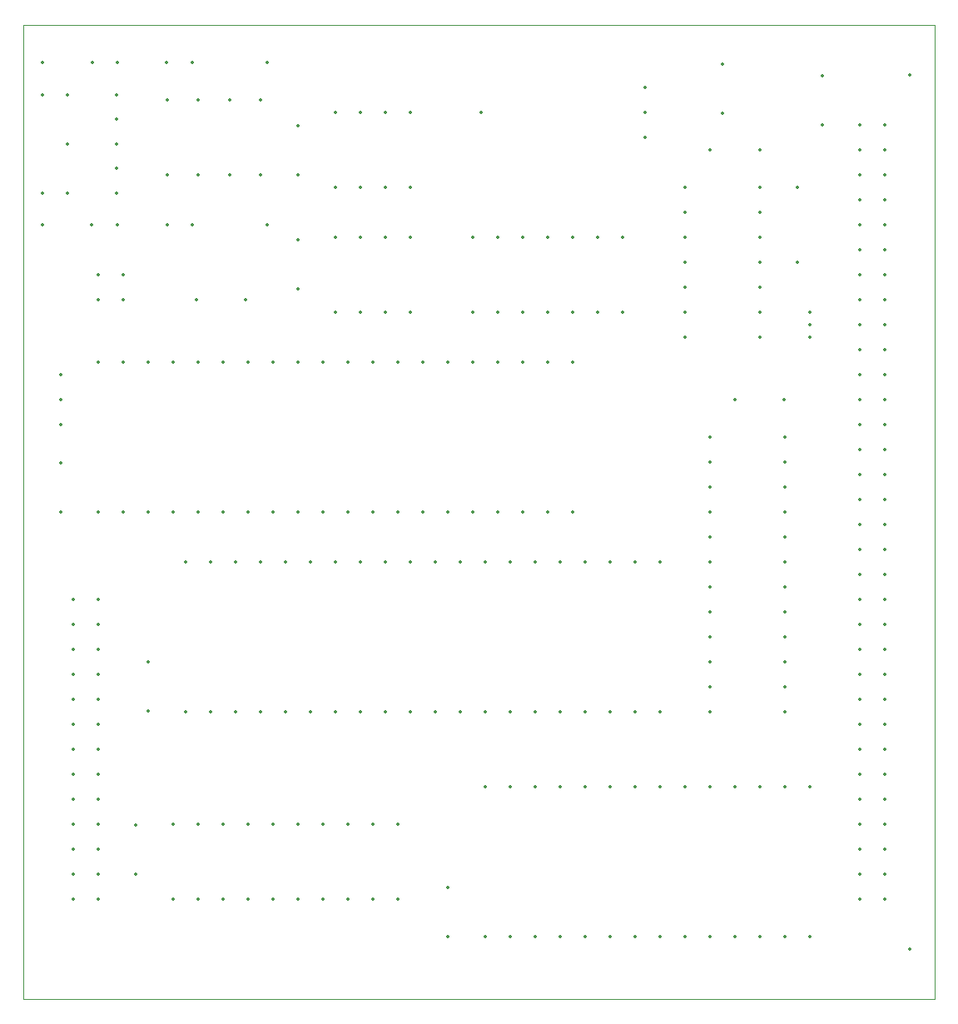
<source format=gko>
%TF.GenerationSoftware,KiCad,Pcbnew,8.0.6+1*%
%TF.CreationDate,2024-11-13T12:21:46+01:00*%
%TF.ProjectId,QL_Qsound2,514c5f51-736f-4756-9e64-322e6b696361,2*%
%TF.SameCoordinates,Original*%
%TF.FileFunction,Profile,NP*%
%FSLAX46Y46*%
G04 Gerber Fmt 4.6, Leading zero omitted, Abs format (unit mm)*
G04 Created by KiCad (PCBNEW 8.0.6+1) date 2024-11-13 12:21:46*
%MOMM*%
%LPD*%
G01*
G04 APERTURE LIST*
%TA.AperFunction,Profile*%
%ADD10C,0.100000*%
%TD*%
%ADD11C,0.350000*%
G04 APERTURE END LIST*
D10*
X102870000Y-43180000D02*
X195580000Y-43180000D01*
X195580000Y-142240000D01*
X102870000Y-142240000D01*
X102870000Y-43180000D01*
D11*
X134620000Y-72390000D03*
X137160000Y-72390000D03*
X139700000Y-72390000D03*
X142240000Y-72390000D03*
X142240000Y-64770000D03*
X139700000Y-64770000D03*
X137160000Y-64770000D03*
X134620000Y-64770000D03*
X110490000Y-92710000D03*
X113030000Y-92710000D03*
X115570000Y-92710000D03*
X118110000Y-92710000D03*
X120650000Y-92710000D03*
X123190000Y-92710000D03*
X125730000Y-92710000D03*
X128270000Y-92710000D03*
X130810000Y-92710000D03*
X133350000Y-92710000D03*
X135890000Y-92710000D03*
X138430000Y-92710000D03*
X140970000Y-92710000D03*
X143510000Y-92710000D03*
X146050000Y-92710000D03*
X148590000Y-92710000D03*
X151130000Y-92710000D03*
X153670000Y-92710000D03*
X156210000Y-92710000D03*
X158750000Y-92710000D03*
X158750000Y-77470000D03*
X156210000Y-77470000D03*
X153670000Y-77470000D03*
X151130000Y-77470000D03*
X148590000Y-77470000D03*
X146050000Y-77470000D03*
X143510000Y-77470000D03*
X140970000Y-77470000D03*
X138430000Y-77470000D03*
X135890000Y-77470000D03*
X133350000Y-77470000D03*
X130810000Y-77470000D03*
X128270000Y-77470000D03*
X125730000Y-77470000D03*
X123190000Y-77470000D03*
X120650000Y-77470000D03*
X118110000Y-77470000D03*
X115570000Y-77470000D03*
X113030000Y-77470000D03*
X110490000Y-77470000D03*
X184150000Y-53300000D03*
X184150000Y-48300000D03*
X180260000Y-81280000D03*
X175260000Y-81280000D03*
X106680000Y-87710000D03*
X106680000Y-92710000D03*
X148590000Y-64770000D03*
X151130000Y-64770000D03*
X153670000Y-64770000D03*
X156210000Y-64770000D03*
X158750000Y-64770000D03*
X161290000Y-64770000D03*
X163830000Y-64770000D03*
X163830000Y-72390000D03*
X161290000Y-72390000D03*
X158750000Y-72390000D03*
X156210000Y-72390000D03*
X153670000Y-72390000D03*
X151130000Y-72390000D03*
X148590000Y-72390000D03*
X182880000Y-74930000D03*
X182880000Y-73660000D03*
X182880000Y-72390000D03*
X127635000Y-46990000D03*
X120015000Y-46990000D03*
X127000000Y-58420000D03*
X127000000Y-50800000D03*
X118110000Y-132080000D03*
X120650000Y-132080000D03*
X123190000Y-132080000D03*
X125730000Y-132080000D03*
X128270000Y-132080000D03*
X130810000Y-132080000D03*
X133350000Y-132080000D03*
X135890000Y-132080000D03*
X138430000Y-132080000D03*
X140970000Y-132080000D03*
X140970000Y-124460000D03*
X138430000Y-124460000D03*
X135890000Y-124460000D03*
X133350000Y-124460000D03*
X130810000Y-124460000D03*
X128270000Y-124460000D03*
X125730000Y-124460000D03*
X123190000Y-124460000D03*
X120650000Y-124460000D03*
X118110000Y-124460000D03*
X110490000Y-71125000D03*
X110490000Y-68585000D03*
X113030000Y-71125000D03*
X113030000Y-68585000D03*
X134620000Y-59690000D03*
X137160000Y-59690000D03*
X139700000Y-59690000D03*
X142240000Y-59690000D03*
X142240000Y-52070000D03*
X139700000Y-52070000D03*
X137160000Y-52070000D03*
X134620000Y-52070000D03*
X114300000Y-124500000D03*
X114300000Y-129500000D03*
X109815000Y-63500000D03*
X104815000Y-63500000D03*
X146050000Y-135890000D03*
X146050000Y-130890000D03*
X123825000Y-58420000D03*
X123825000Y-50800000D03*
X117435000Y-46990000D03*
X112435000Y-46990000D03*
X181610000Y-59690000D03*
X181610000Y-67310000D03*
X112315000Y-57745000D03*
X112315000Y-60245000D03*
X112315000Y-52745000D03*
X112315000Y-50245000D03*
X107315000Y-55245000D03*
X112315000Y-55245000D03*
X107315000Y-60245000D03*
X107315000Y-50245000D03*
X104815000Y-60245000D03*
X104815000Y-50245000D03*
X120650000Y-58420000D03*
X120650000Y-50800000D03*
X130810000Y-53380000D03*
X130810000Y-58380000D03*
X117475000Y-58420000D03*
X117475000Y-50800000D03*
X110490000Y-132080000D03*
X107950000Y-132080000D03*
X110490000Y-129540000D03*
X107950000Y-129540000D03*
X110490000Y-127000000D03*
X107950000Y-127000000D03*
X110490000Y-124460000D03*
X107950000Y-124460000D03*
X110490000Y-121920000D03*
X107950000Y-121920000D03*
X110490000Y-119380000D03*
X107950000Y-119380000D03*
X110490000Y-116840000D03*
X107950000Y-116840000D03*
X110490000Y-114300000D03*
X107950000Y-114300000D03*
X110490000Y-111760000D03*
X107950000Y-111760000D03*
X110490000Y-109220000D03*
X107950000Y-109220000D03*
X110490000Y-106680000D03*
X107950000Y-106680000D03*
X110490000Y-104140000D03*
X107950000Y-104140000D03*
X110490000Y-101600000D03*
X107950000Y-101600000D03*
X115570000Y-107950000D03*
X115570000Y-112950000D03*
X125476000Y-71120000D03*
X120476000Y-71120000D03*
X177790000Y-59685000D03*
X177790000Y-62225000D03*
X177790000Y-64765000D03*
X177790000Y-67305000D03*
X177790000Y-69845000D03*
X177790000Y-72385000D03*
X177790000Y-74925000D03*
X170170000Y-74925000D03*
X170170000Y-72385000D03*
X170170000Y-69845000D03*
X170170000Y-67305000D03*
X170170000Y-64765000D03*
X170170000Y-62225000D03*
X170170000Y-59685000D03*
X117475000Y-63500000D03*
X112475000Y-63500000D03*
X173990000Y-47127349D03*
X173990000Y-52127349D03*
X127635000Y-63500000D03*
X120015000Y-63500000D03*
X106680000Y-83805000D03*
X106680000Y-81265000D03*
X106680000Y-78725000D03*
X166075000Y-49530000D03*
X166075000Y-52070000D03*
X166075000Y-54610000D03*
X149415000Y-52070000D03*
X109855000Y-46990000D03*
X104855000Y-46990000D03*
X172760000Y-55880000D03*
X177760000Y-55880000D03*
X180340000Y-113030000D03*
X180340000Y-110490000D03*
X180340000Y-107950000D03*
X180340000Y-105410000D03*
X180340000Y-102870000D03*
X180340000Y-100330000D03*
X180340000Y-97790000D03*
X180340000Y-95250000D03*
X180340000Y-92710000D03*
X180340000Y-90170000D03*
X180340000Y-87630000D03*
X180340000Y-85090000D03*
X172720000Y-85090000D03*
X172720000Y-87630000D03*
X172720000Y-90170000D03*
X172720000Y-92710000D03*
X172720000Y-95250000D03*
X172720000Y-97790000D03*
X172720000Y-100330000D03*
X172720000Y-102870000D03*
X172720000Y-105410000D03*
X172720000Y-107950000D03*
X172720000Y-110490000D03*
X172720000Y-113030000D03*
X187960000Y-53340000D03*
X187960000Y-55880000D03*
X187960000Y-58420000D03*
X187960000Y-60960000D03*
X187960000Y-63500000D03*
X187960000Y-66040000D03*
X187960000Y-68580000D03*
X187960000Y-71120000D03*
X187960000Y-73660000D03*
X187960000Y-76200000D03*
X187960000Y-78740000D03*
X187960000Y-81280000D03*
X187960000Y-83820000D03*
X187960000Y-86360000D03*
X187960000Y-88900000D03*
X187960000Y-91440000D03*
X187960000Y-93980000D03*
X187960000Y-96520000D03*
X187960000Y-99060000D03*
X187960000Y-101600000D03*
X187960000Y-104140000D03*
X187960000Y-106680000D03*
X187960000Y-109220000D03*
X187960000Y-111760000D03*
X187960000Y-114300000D03*
X187960000Y-116840000D03*
X187960000Y-119380000D03*
X187960000Y-121920000D03*
X187960000Y-124460000D03*
X187960000Y-127000000D03*
X187960000Y-129540000D03*
X187960000Y-132080000D03*
X190500000Y-53340000D03*
X190500000Y-55880000D03*
X190500000Y-58420000D03*
X190500000Y-60960000D03*
X190500000Y-63500000D03*
X190500000Y-66040000D03*
X190500000Y-68580000D03*
X190500000Y-71120000D03*
X190500000Y-73660000D03*
X190500000Y-76200000D03*
X190500000Y-78740000D03*
X190500000Y-81280000D03*
X190500000Y-83820000D03*
X190500000Y-86360000D03*
X190500000Y-88900000D03*
X190500000Y-91440000D03*
X190500000Y-93980000D03*
X190500000Y-96520000D03*
X190500000Y-99060000D03*
X190500000Y-101600000D03*
X190500000Y-104140000D03*
X190500000Y-106680000D03*
X190500000Y-109220000D03*
X190500000Y-111760000D03*
X190500000Y-114300000D03*
X190500000Y-116840000D03*
X190500000Y-119380000D03*
X190500000Y-121920000D03*
X190500000Y-124460000D03*
X190500000Y-127000000D03*
X190500000Y-129540000D03*
X190500000Y-132080000D03*
X193040000Y-137160000D03*
X193040000Y-48260000D03*
X149860000Y-135890000D03*
X152400000Y-135890000D03*
X154940000Y-135890000D03*
X157480000Y-135890000D03*
X160020000Y-135890000D03*
X162560000Y-135890000D03*
X165100000Y-135890000D03*
X167640000Y-135890000D03*
X170180000Y-135890000D03*
X172720000Y-135890000D03*
X175260000Y-135890000D03*
X177800000Y-135890000D03*
X180340000Y-135890000D03*
X182880000Y-135890000D03*
X182880000Y-120650000D03*
X180340000Y-120650000D03*
X177800000Y-120650000D03*
X175260000Y-120650000D03*
X172720000Y-120650000D03*
X170180000Y-120650000D03*
X167640000Y-120650000D03*
X165100000Y-120650000D03*
X162560000Y-120650000D03*
X160020000Y-120650000D03*
X157480000Y-120650000D03*
X154940000Y-120650000D03*
X152400000Y-120650000D03*
X149860000Y-120650000D03*
X130810000Y-70024000D03*
X130810000Y-65024000D03*
X119385000Y-113010000D03*
X121925000Y-113010000D03*
X124465000Y-113010000D03*
X127005000Y-113010000D03*
X129545000Y-113010000D03*
X132085000Y-113010000D03*
X134625000Y-113010000D03*
X137165000Y-113010000D03*
X139705000Y-113010000D03*
X142245000Y-113010000D03*
X144785000Y-113010000D03*
X147325000Y-113010000D03*
X149865000Y-113010000D03*
X152405000Y-113010000D03*
X154945000Y-113010000D03*
X157485000Y-113010000D03*
X160025000Y-113010000D03*
X162565000Y-113010000D03*
X165105000Y-113010000D03*
X167645000Y-113010000D03*
X167645000Y-97770000D03*
X165105000Y-97770000D03*
X162565000Y-97770000D03*
X160025000Y-97770000D03*
X157485000Y-97770000D03*
X154945000Y-97770000D03*
X152405000Y-97770000D03*
X149865000Y-97770000D03*
X147325000Y-97770000D03*
X144785000Y-97770000D03*
X142245000Y-97770000D03*
X139705000Y-97770000D03*
X137165000Y-97770000D03*
X134625000Y-97770000D03*
X132085000Y-97770000D03*
X129545000Y-97770000D03*
X127005000Y-97770000D03*
X124465000Y-97770000D03*
X121925000Y-97770000D03*
X119385000Y-97770000D03*
M02*

</source>
